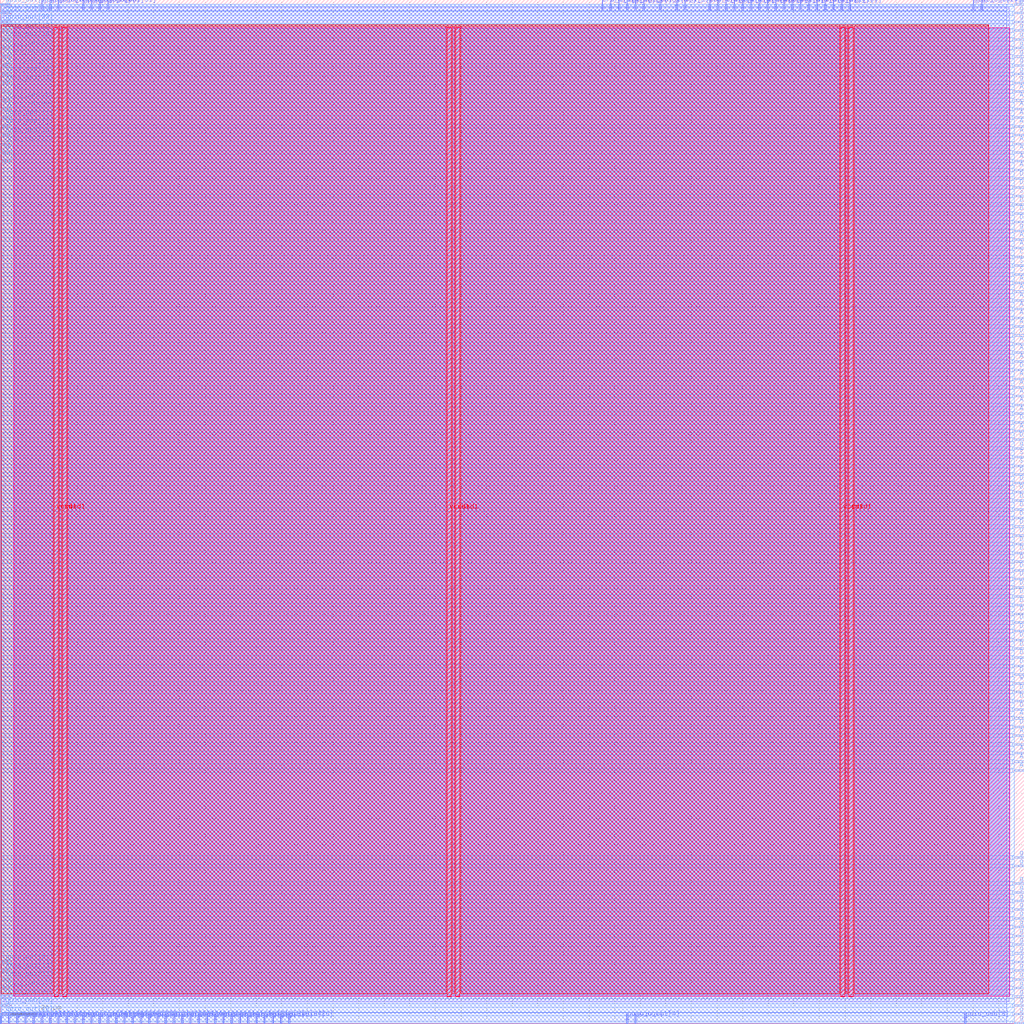
<source format=lef>
VERSION 5.7 ;
  NOWIREEXTENSIONATPIN ON ;
  DIVIDERCHAR "/" ;
  BUSBITCHARS "[]" ;
MACRO team_07
  CLASS BLOCK ;
  FOREIGN team_07 ;
  ORIGIN 0.000 0.000 ;
  SIZE 400.000 BY 400.000 ;
  PIN ACK_I
    DIRECTION INPUT ;
    USE SIGNAL ;
    ANTENNAGATEAREA 0.593700 ;
    ANTENNADIFFAREA 0.434700 ;
    PORT
      LAYER met3 ;
        RECT 396.000 98.640 400.000 99.240 ;
    END
  END ACK_I
  PIN ADR_O[0]
    DIRECTION OUTPUT ;
    USE SIGNAL ;
    ANTENNADIFFAREA 0.445500 ;
    PORT
      LAYER met3 ;
        RECT 396.000 231.240 400.000 231.840 ;
    END
  END ADR_O[0]
  PIN ADR_O[10]
    DIRECTION OUTPUT ;
    USE SIGNAL ;
    ANTENNADIFFAREA 0.445500 ;
    PORT
      LAYER met3 ;
        RECT 396.000 241.440 400.000 242.040 ;
    END
  END ADR_O[10]
  PIN ADR_O[11]
    DIRECTION OUTPUT ;
    USE SIGNAL ;
    ANTENNADIFFAREA 0.445500 ;
    PORT
      LAYER met3 ;
        RECT 396.000 340.040 400.000 340.640 ;
    END
  END ADR_O[11]
  PIN ADR_O[12]
    DIRECTION OUTPUT ;
    USE SIGNAL ;
    ANTENNADIFFAREA 0.445500 ;
    PORT
      LAYER met3 ;
        RECT 396.000 336.640 400.000 337.240 ;
    END
  END ADR_O[12]
  PIN ADR_O[13]
    DIRECTION OUTPUT ;
    USE SIGNAL ;
    ANTENNADIFFAREA 0.445500 ;
    PORT
      LAYER met3 ;
        RECT 396.000 346.840 400.000 347.440 ;
    END
  END ADR_O[13]
  PIN ADR_O[14]
    DIRECTION OUTPUT ;
    USE SIGNAL ;
    ANTENNADIFFAREA 0.445500 ;
    PORT
      LAYER met3 ;
        RECT 396.000 102.040 400.000 102.640 ;
    END
  END ADR_O[14]
  PIN ADR_O[15]
    DIRECTION OUTPUT ;
    USE SIGNAL ;
    ANTENNADIFFAREA 0.445500 ;
    PORT
      LAYER met3 ;
        RECT 396.000 343.440 400.000 344.040 ;
    END
  END ADR_O[15]
  PIN ADR_O[16]
    DIRECTION OUTPUT ;
    USE SIGNAL ;
    ANTENNADIFFAREA 0.445500 ;
    PORT
      LAYER met3 ;
        RECT 396.000 105.440 400.000 106.040 ;
    END
  END ADR_O[16]
  PIN ADR_O[17]
    DIRECTION OUTPUT ;
    USE SIGNAL ;
    ANTENNADIFFAREA 0.445500 ;
    PORT
      LAYER met3 ;
        RECT 396.000 108.840 400.000 109.440 ;
    END
  END ADR_O[17]
  PIN ADR_O[18]
    DIRECTION OUTPUT ;
    USE SIGNAL ;
    ANTENNADIFFAREA 0.445500 ;
    PORT
      LAYER met3 ;
        RECT 396.000 350.240 400.000 350.840 ;
    END
  END ADR_O[18]
  PIN ADR_O[19]
    DIRECTION OUTPUT ;
    USE SIGNAL ;
    ANTENNADIFFAREA 0.445500 ;
    PORT
      LAYER met3 ;
        RECT 396.000 333.240 400.000 333.840 ;
    END
  END ADR_O[19]
  PIN ADR_O[1]
    DIRECTION OUTPUT ;
    USE SIGNAL ;
    ANTENNADIFFAREA 0.445500 ;
    PORT
      LAYER met3 ;
        RECT 396.000 251.640 400.000 252.240 ;
    END
  END ADR_O[1]
  PIN ADR_O[20]
    DIRECTION OUTPUT ;
    USE SIGNAL ;
    ANTENNADIFFAREA 0.445500 ;
    PORT
      LAYER met3 ;
        RECT 396.000 112.240 400.000 112.840 ;
    END
  END ADR_O[20]
  PIN ADR_O[21]
    DIRECTION OUTPUT ;
    USE SIGNAL ;
    ANTENNADIFFAREA 0.445500 ;
    PORT
      LAYER met3 ;
        RECT 396.000 302.640 400.000 303.240 ;
    END
  END ADR_O[21]
  PIN ADR_O[22]
    DIRECTION OUTPUT ;
    USE SIGNAL ;
    ANTENNADIFFAREA 0.445500 ;
    PORT
      LAYER met3 ;
        RECT 396.000 119.040 400.000 119.640 ;
    END
  END ADR_O[22]
  PIN ADR_O[23]
    DIRECTION OUTPUT ;
    USE SIGNAL ;
    ANTENNADIFFAREA 0.445500 ;
    PORT
      LAYER met3 ;
        RECT 396.000 306.040 400.000 306.640 ;
    END
  END ADR_O[23]
  PIN ADR_O[24]
    DIRECTION OUTPUT ;
    USE SIGNAL ;
    ANTENNADIFFAREA 0.445500 ;
    PORT
      LAYER met3 ;
        RECT 396.000 238.040 400.000 238.640 ;
    END
  END ADR_O[24]
  PIN ADR_O[25]
    DIRECTION OUTPUT ;
    USE SIGNAL ;
    ANTENNADIFFAREA 0.445500 ;
    PORT
      LAYER met3 ;
        RECT 396.000 289.040 400.000 289.640 ;
    END
  END ADR_O[25]
  PIN ADR_O[26]
    DIRECTION OUTPUT ;
    USE SIGNAL ;
    ANTENNADIFFAREA 0.445500 ;
    PORT
      LAYER met3 ;
        RECT 396.000 363.840 400.000 364.440 ;
    END
  END ADR_O[26]
  PIN ADR_O[27]
    DIRECTION OUTPUT ;
    USE SIGNAL ;
    ANTENNADIFFAREA 0.445500 ;
    PORT
      LAYER met3 ;
        RECT 396.000 357.040 400.000 357.640 ;
    END
  END ADR_O[27]
  PIN ADR_O[28]
    DIRECTION OUTPUT ;
    USE SIGNAL ;
    ANTENNADIFFAREA 0.445500 ;
    PORT
      LAYER met3 ;
        RECT 396.000 285.640 400.000 286.240 ;
    END
  END ADR_O[28]
  PIN ADR_O[29]
    DIRECTION OUTPUT ;
    USE SIGNAL ;
    ANTENNADIFFAREA 0.445500 ;
    PORT
      LAYER met3 ;
        RECT 396.000 282.240 400.000 282.840 ;
    END
  END ADR_O[29]
  PIN ADR_O[2]
    DIRECTION OUTPUT ;
    USE SIGNAL ;
    ANTENNADIFFAREA 0.445500 ;
    PORT
      LAYER met3 ;
        RECT 396.000 258.440 400.000 259.040 ;
    END
  END ADR_O[2]
  PIN ADR_O[30]
    DIRECTION OUTPUT ;
    USE SIGNAL ;
    ANTENNADIFFAREA 0.445500 ;
    PORT
      LAYER met3 ;
        RECT 396.000 353.640 400.000 354.240 ;
    END
  END ADR_O[30]
  PIN ADR_O[31]
    DIRECTION OUTPUT ;
    USE SIGNAL ;
    ANTENNADIFFAREA 0.445500 ;
    PORT
      LAYER met3 ;
        RECT 396.000 360.440 400.000 361.040 ;
    END
  END ADR_O[31]
  PIN ADR_O[3]
    DIRECTION OUTPUT ;
    USE SIGNAL ;
    ANTENNADIFFAREA 0.445500 ;
    PORT
      LAYER met3 ;
        RECT 396.000 248.240 400.000 248.840 ;
    END
  END ADR_O[3]
  PIN ADR_O[4]
    DIRECTION OUTPUT ;
    USE SIGNAL ;
    ANTENNADIFFAREA 0.445500 ;
    PORT
      LAYER met3 ;
        RECT 396.000 275.440 400.000 276.040 ;
    END
  END ADR_O[4]
  PIN ADR_O[5]
    DIRECTION OUTPUT ;
    USE SIGNAL ;
    ANTENNADIFFAREA 0.445500 ;
    PORT
      LAYER met3 ;
        RECT 396.000 244.840 400.000 245.440 ;
    END
  END ADR_O[5]
  PIN ADR_O[6]
    DIRECTION OUTPUT ;
    USE SIGNAL ;
    ANTENNADIFFAREA 0.445500 ;
    PORT
      LAYER met3 ;
        RECT 396.000 261.840 400.000 262.440 ;
    END
  END ADR_O[6]
  PIN ADR_O[7]
    DIRECTION OUTPUT ;
    USE SIGNAL ;
    ANTENNADIFFAREA 0.445500 ;
    PORT
      LAYER met3 ;
        RECT 396.000 265.240 400.000 265.840 ;
    END
  END ADR_O[7]
  PIN ADR_O[8]
    DIRECTION OUTPUT ;
    USE SIGNAL ;
    ANTENNADIFFAREA 0.445500 ;
    PORT
      LAYER met3 ;
        RECT 396.000 272.040 400.000 272.640 ;
    END
  END ADR_O[8]
  PIN ADR_O[9]
    DIRECTION OUTPUT ;
    USE SIGNAL ;
    ANTENNADIFFAREA 0.445500 ;
    PORT
      LAYER met3 ;
        RECT 396.000 278.840 400.000 279.440 ;
    END
  END ADR_O[9]
  PIN CYC_O
    DIRECTION OUTPUT ;
    USE SIGNAL ;
    ANTENNADIFFAREA 0.445500 ;
    PORT
      LAYER met3 ;
        RECT 396.000 299.240 400.000 299.840 ;
    END
  END CYC_O
  PIN DAT_I[0]
    DIRECTION INPUT ;
    USE SIGNAL ;
    ANTENNAGATEAREA 0.631200 ;
    ANTENNADIFFAREA 0.434700 ;
    PORT
      LAYER met2 ;
        RECT 331.750 396.000 332.030 400.000 ;
    END
  END DAT_I[0]
  PIN DAT_I[10]
    DIRECTION INPUT ;
    USE SIGNAL ;
    ANTENNAGATEAREA 0.631200 ;
    ANTENNADIFFAREA 0.434700 ;
    PORT
      LAYER met2 ;
        RECT 277.010 396.000 277.290 400.000 ;
    END
  END DAT_I[10]
  PIN DAT_I[11]
    DIRECTION INPUT ;
    USE SIGNAL ;
    ANTENNAGATEAREA 0.631200 ;
    ANTENNADIFFAREA 0.434700 ;
    PORT
      LAYER met2 ;
        RECT 235.150 396.000 235.430 400.000 ;
    END
  END DAT_I[11]
  PIN DAT_I[12]
    DIRECTION INPUT ;
    USE SIGNAL ;
    ANTENNAGATEAREA 1.065900 ;
    ANTENNADIFFAREA 0.869400 ;
    PORT
      LAYER met2 ;
        RECT 244.810 396.000 245.090 400.000 ;
    END
  END DAT_I[12]
  PIN DAT_I[13]
    DIRECTION INPUT ;
    USE SIGNAL ;
    ANTENNAGATEAREA 0.631200 ;
    ANTENNADIFFAREA 0.434700 ;
    PORT
      LAYER met2 ;
        RECT 248.030 396.000 248.310 400.000 ;
    END
  END DAT_I[13]
  PIN DAT_I[14]
    DIRECTION INPUT ;
    USE SIGNAL ;
    ANTENNAGATEAREA 0.631200 ;
    ANTENNADIFFAREA 0.434700 ;
    PORT
      LAYER met2 ;
        RECT 302.770 396.000 303.050 400.000 ;
    END
  END DAT_I[14]
  PIN DAT_I[15]
    DIRECTION INPUT ;
    USE SIGNAL ;
    ANTENNAGATEAREA 0.631200 ;
    ANTENNADIFFAREA 0.434700 ;
    PORT
      LAYER met2 ;
        RECT 257.690 396.000 257.970 400.000 ;
    END
  END DAT_I[15]
  PIN DAT_I[16]
    DIRECTION INPUT ;
    USE SIGNAL ;
    ANTENNAGATEAREA 0.631200 ;
    ANTENNADIFFAREA 0.434700 ;
    PORT
      LAYER met2 ;
        RECT 251.250 396.000 251.530 400.000 ;
    END
  END DAT_I[16]
  PIN DAT_I[17]
    DIRECTION INPUT ;
    USE SIGNAL ;
    ANTENNAGATEAREA 0.631200 ;
    ANTENNADIFFAREA 0.434700 ;
    PORT
      LAYER met2 ;
        RECT 283.450 396.000 283.730 400.000 ;
    END
  END DAT_I[17]
  PIN DAT_I[18]
    DIRECTION INPUT ;
    USE SIGNAL ;
    ANTENNAGATEAREA 0.631200 ;
    ANTENNADIFFAREA 0.434700 ;
    PORT
      LAYER met2 ;
        RECT 328.530 396.000 328.810 400.000 ;
    END
  END DAT_I[18]
  PIN DAT_I[19]
    DIRECTION INPUT ;
    USE SIGNAL ;
    ANTENNAGATEAREA 0.631200 ;
    ANTENNADIFFAREA 0.434700 ;
    PORT
      LAYER met2 ;
        RECT 315.650 396.000 315.930 400.000 ;
    END
  END DAT_I[19]
  PIN DAT_I[1]
    DIRECTION INPUT ;
    USE SIGNAL ;
    ANTENNAGATEAREA 0.631200 ;
    ANTENNADIFFAREA 0.434700 ;
    PORT
      LAYER met2 ;
        RECT 312.430 396.000 312.710 400.000 ;
    END
  END DAT_I[1]
  PIN DAT_I[20]
    DIRECTION INPUT ;
    USE SIGNAL ;
    ANTENNAGATEAREA 0.631200 ;
    ANTENNADIFFAREA 0.434700 ;
    PORT
      LAYER met3 ;
        RECT 396.000 326.440 400.000 327.040 ;
    END
  END DAT_I[20]
  PIN DAT_I[21]
    DIRECTION INPUT ;
    USE SIGNAL ;
    ANTENNAGATEAREA 0.631200 ;
    ANTENNADIFFAREA 0.434700 ;
    PORT
      LAYER met2 ;
        RECT 322.090 396.000 322.370 400.000 ;
    END
  END DAT_I[21]
  PIN DAT_I[22]
    DIRECTION INPUT ;
    USE SIGNAL ;
    ANTENNAGATEAREA 0.631200 ;
    ANTENNADIFFAREA 0.434700 ;
    PORT
      LAYER met3 ;
        RECT 396.000 329.840 400.000 330.440 ;
    END
  END DAT_I[22]
  PIN DAT_I[23]
    DIRECTION INPUT ;
    USE SIGNAL ;
    ANTENNAGATEAREA 0.631200 ;
    ANTENNADIFFAREA 0.434700 ;
    PORT
      LAYER met2 ;
        RECT 299.550 396.000 299.830 400.000 ;
    END
  END DAT_I[23]
  PIN DAT_I[24]
    DIRECTION INPUT ;
    USE SIGNAL ;
    ANTENNAGATEAREA 0.631200 ;
    ANTENNADIFFAREA 0.434700 ;
    PORT
      LAYER met2 ;
        RECT 325.310 396.000 325.590 400.000 ;
    END
  END DAT_I[24]
  PIN DAT_I[25]
    DIRECTION INPUT ;
    USE SIGNAL ;
    ANTENNAGATEAREA 0.631200 ;
    ANTENNADIFFAREA 0.434700 ;
    PORT
      LAYER met2 ;
        RECT 241.590 396.000 241.870 400.000 ;
    END
  END DAT_I[25]
  PIN DAT_I[26]
    DIRECTION INPUT ;
    USE SIGNAL ;
    ANTENNAGATEAREA 0.631200 ;
    ANTENNADIFFAREA 0.434700 ;
    PORT
      LAYER met2 ;
        RECT 280.230 396.000 280.510 400.000 ;
    END
  END DAT_I[26]
  PIN DAT_I[27]
    DIRECTION INPUT ;
    USE SIGNAL ;
    ANTENNAGATEAREA 0.631200 ;
    ANTENNADIFFAREA 0.434700 ;
    PORT
      LAYER met2 ;
        RECT 286.670 396.000 286.950 400.000 ;
    END
  END DAT_I[27]
  PIN DAT_I[28]
    DIRECTION INPUT ;
    USE SIGNAL ;
    ANTENNAGATEAREA 0.631200 ;
    ANTENNADIFFAREA 0.434700 ;
    PORT
      LAYER met2 ;
        RECT 267.350 396.000 267.630 400.000 ;
    END
  END DAT_I[28]
  PIN DAT_I[29]
    DIRECTION INPUT ;
    USE SIGNAL ;
    ANTENNAGATEAREA 0.631200 ;
    ANTENNADIFFAREA 0.434700 ;
    PORT
      LAYER met2 ;
        RECT 264.130 396.000 264.410 400.000 ;
    END
  END DAT_I[29]
  PIN DAT_I[2]
    DIRECTION INPUT ;
    USE SIGNAL ;
    ANTENNAGATEAREA 0.631200 ;
    ANTENNADIFFAREA 0.434700 ;
    PORT
      LAYER met2 ;
        RECT 318.870 396.000 319.150 400.000 ;
    END
  END DAT_I[2]
  PIN DAT_I[30]
    DIRECTION INPUT ;
    USE SIGNAL ;
    ANTENNAGATEAREA 0.631200 ;
    ANTENNADIFFAREA 0.434700 ;
    PORT
      LAYER met2 ;
        RECT 293.110 396.000 293.390 400.000 ;
    END
  END DAT_I[30]
  PIN DAT_I[31]
    DIRECTION INPUT ;
    USE SIGNAL ;
    ANTENNAGATEAREA 0.631200 ;
    ANTENNADIFFAREA 0.434700 ;
    PORT
      LAYER met2 ;
        RECT 296.330 396.000 296.610 400.000 ;
    END
  END DAT_I[31]
  PIN DAT_I[3]
    DIRECTION INPUT ;
    USE SIGNAL ;
    ANTENNAGATEAREA 0.631200 ;
    ANTENNADIFFAREA 0.434700 ;
    PORT
      LAYER met3 ;
        RECT 396.000 316.240 400.000 316.840 ;
    END
  END DAT_I[3]
  PIN DAT_I[4]
    DIRECTION INPUT ;
    USE SIGNAL ;
    ANTENNAGATEAREA 0.631200 ;
    ANTENNADIFFAREA 0.434700 ;
    PORT
      LAYER met3 ;
        RECT 396.000 319.640 400.000 320.240 ;
    END
  END DAT_I[4]
  PIN DAT_I[5]
    DIRECTION INPUT ;
    USE SIGNAL ;
    ANTENNAGATEAREA 0.631200 ;
    ANTENNADIFFAREA 0.434700 ;
    PORT
      LAYER met3 ;
        RECT 396.000 312.840 400.000 313.440 ;
    END
  END DAT_I[5]
  PIN DAT_I[6]
    DIRECTION INPUT ;
    USE SIGNAL ;
    ANTENNAGATEAREA 0.631200 ;
    ANTENNADIFFAREA 0.434700 ;
    PORT
      LAYER met2 ;
        RECT 309.210 396.000 309.490 400.000 ;
    END
  END DAT_I[6]
  PIN DAT_I[7]
    DIRECTION INPUT ;
    USE SIGNAL ;
    ANTENNAGATEAREA 0.631200 ;
    ANTENNADIFFAREA 0.434700 ;
    PORT
      LAYER met2 ;
        RECT 305.990 396.000 306.270 400.000 ;
    END
  END DAT_I[7]
  PIN DAT_I[8]
    DIRECTION INPUT ;
    USE SIGNAL ;
    ANTENNAGATEAREA 0.631200 ;
    ANTENNADIFFAREA 0.434700 ;
    PORT
      LAYER met2 ;
        RECT 289.890 396.000 290.170 400.000 ;
    END
  END DAT_I[8]
  PIN DAT_I[9]
    DIRECTION INPUT ;
    USE SIGNAL ;
    ANTENNAGATEAREA 0.631200 ;
    ANTENNADIFFAREA 0.434700 ;
    PORT
      LAYER met2 ;
        RECT 238.370 396.000 238.650 400.000 ;
    END
  END DAT_I[9]
  PIN DAT_O[0]
    DIRECTION OUTPUT ;
    USE SIGNAL ;
    ANTENNADIFFAREA 0.445500 ;
    PORT
      LAYER met3 ;
        RECT 396.000 122.440 400.000 123.040 ;
    END
  END DAT_O[0]
  PIN DAT_O[10]
    DIRECTION OUTPUT ;
    USE SIGNAL ;
    ANTENNADIFFAREA 0.445500 ;
    PORT
      LAYER met3 ;
        RECT 396.000 234.640 400.000 235.240 ;
    END
  END DAT_O[10]
  PIN DAT_O[11]
    DIRECTION OUTPUT ;
    USE SIGNAL ;
    ANTENNADIFFAREA 0.445500 ;
    PORT
      LAYER met3 ;
        RECT 396.000 227.840 400.000 228.440 ;
    END
  END DAT_O[11]
  PIN DAT_O[12]
    DIRECTION OUTPUT ;
    USE SIGNAL ;
    ANTENNADIFFAREA 0.445500 ;
    PORT
      LAYER met3 ;
        RECT 396.000 268.640 400.000 269.240 ;
    END
  END DAT_O[12]
  PIN DAT_O[13]
    DIRECTION OUTPUT ;
    USE SIGNAL ;
    ANTENNADIFFAREA 0.445500 ;
    PORT
      LAYER met3 ;
        RECT 396.000 156.440 400.000 157.040 ;
    END
  END DAT_O[13]
  PIN DAT_O[14]
    DIRECTION OUTPUT ;
    USE SIGNAL ;
    ANTENNADIFFAREA 0.445500 ;
    PORT
      LAYER met3 ;
        RECT 396.000 163.240 400.000 163.840 ;
    END
  END DAT_O[14]
  PIN DAT_O[15]
    DIRECTION OUTPUT ;
    USE SIGNAL ;
    ANTENNADIFFAREA 0.445500 ;
    PORT
      LAYER met3 ;
        RECT 396.000 255.040 400.000 255.640 ;
    END
  END DAT_O[15]
  PIN DAT_O[16]
    DIRECTION OUTPUT ;
    USE SIGNAL ;
    ANTENNADIFFAREA 0.445500 ;
    PORT
      LAYER met3 ;
        RECT 396.000 197.240 400.000 197.840 ;
    END
  END DAT_O[16]
  PIN DAT_O[17]
    DIRECTION OUTPUT ;
    USE SIGNAL ;
    ANTENNADIFFAREA 0.445500 ;
    PORT
      LAYER met3 ;
        RECT 396.000 170.040 400.000 170.640 ;
    END
  END DAT_O[17]
  PIN DAT_O[18]
    DIRECTION OUTPUT ;
    USE SIGNAL ;
    ANTENNADIFFAREA 0.445500 ;
    PORT
      LAYER met3 ;
        RECT 396.000 210.840 400.000 211.440 ;
    END
  END DAT_O[18]
  PIN DAT_O[19]
    DIRECTION OUTPUT ;
    USE SIGNAL ;
    ANTENNADIFFAREA 0.445500 ;
    PORT
      LAYER met3 ;
        RECT 396.000 200.640 400.000 201.240 ;
    END
  END DAT_O[19]
  PIN DAT_O[1]
    DIRECTION OUTPUT ;
    USE SIGNAL ;
    ANTENNADIFFAREA 0.445500 ;
    PORT
      LAYER met3 ;
        RECT 396.000 146.240 400.000 146.840 ;
    END
  END DAT_O[1]
  PIN DAT_O[20]
    DIRECTION OUTPUT ;
    USE SIGNAL ;
    ANTENNADIFFAREA 0.445500 ;
    PORT
      LAYER met3 ;
        RECT 396.000 183.640 400.000 184.240 ;
    END
  END DAT_O[20]
  PIN DAT_O[21]
    DIRECTION OUTPUT ;
    USE SIGNAL ;
    ANTENNADIFFAREA 0.445500 ;
    PORT
      LAYER met3 ;
        RECT 396.000 166.640 400.000 167.240 ;
    END
  END DAT_O[21]
  PIN DAT_O[22]
    DIRECTION OUTPUT ;
    USE SIGNAL ;
    ANTENNADIFFAREA 0.445500 ;
    PORT
      LAYER met3 ;
        RECT 396.000 159.840 400.000 160.440 ;
    END
  END DAT_O[22]
  PIN DAT_O[23]
    DIRECTION OUTPUT ;
    USE SIGNAL ;
    ANTENNADIFFAREA 0.445500 ;
    PORT
      LAYER met3 ;
        RECT 396.000 204.040 400.000 204.640 ;
    END
  END DAT_O[23]
  PIN DAT_O[24]
    DIRECTION OUTPUT ;
    USE SIGNAL ;
    ANTENNADIFFAREA 0.445500 ;
    PORT
      LAYER met3 ;
        RECT 396.000 149.640 400.000 150.240 ;
    END
  END DAT_O[24]
  PIN DAT_O[25]
    DIRECTION OUTPUT ;
    USE SIGNAL ;
    ANTENNADIFFAREA 0.445500 ;
    PORT
      LAYER met3 ;
        RECT 396.000 139.440 400.000 140.040 ;
    END
  END DAT_O[25]
  PIN DAT_O[26]
    DIRECTION OUTPUT ;
    USE SIGNAL ;
    ANTENNADIFFAREA 0.445500 ;
    PORT
      LAYER met3 ;
        RECT 396.000 142.840 400.000 143.440 ;
    END
  END DAT_O[26]
  PIN DAT_O[27]
    DIRECTION OUTPUT ;
    USE SIGNAL ;
    ANTENNADIFFAREA 0.445500 ;
    PORT
      LAYER met3 ;
        RECT 396.000 136.040 400.000 136.640 ;
    END
  END DAT_O[27]
  PIN DAT_O[28]
    DIRECTION OUTPUT ;
    USE SIGNAL ;
    ANTENNADIFFAREA 0.445500 ;
    PORT
      LAYER met3 ;
        RECT 396.000 129.240 400.000 129.840 ;
    END
  END DAT_O[28]
  PIN DAT_O[29]
    DIRECTION OUTPUT ;
    USE SIGNAL ;
    ANTENNADIFFAREA 0.445500 ;
    PORT
      LAYER met3 ;
        RECT 396.000 125.840 400.000 126.440 ;
    END
  END DAT_O[29]
  PIN DAT_O[2]
    DIRECTION OUTPUT ;
    USE SIGNAL ;
    ANTENNADIFFAREA 0.445500 ;
    PORT
      LAYER met3 ;
        RECT 396.000 115.640 400.000 116.240 ;
    END
  END DAT_O[2]
  PIN DAT_O[30]
    DIRECTION OUTPUT ;
    USE SIGNAL ;
    ANTENNADIFFAREA 0.445500 ;
    PORT
      LAYER met3 ;
        RECT 396.000 173.440 400.000 174.040 ;
    END
  END DAT_O[30]
  PIN DAT_O[31]
    DIRECTION OUTPUT ;
    USE SIGNAL ;
    ANTENNADIFFAREA 0.445500 ;
    PORT
      LAYER met3 ;
        RECT 396.000 190.440 400.000 191.040 ;
    END
  END DAT_O[31]
  PIN DAT_O[3]
    DIRECTION OUTPUT ;
    USE SIGNAL ;
    ANTENNADIFFAREA 0.445500 ;
    PORT
      LAYER met3 ;
        RECT 396.000 153.040 400.000 153.640 ;
    END
  END DAT_O[3]
  PIN DAT_O[4]
    DIRECTION OUTPUT ;
    USE SIGNAL ;
    ANTENNADIFFAREA 0.445500 ;
    PORT
      LAYER met3 ;
        RECT 396.000 176.840 400.000 177.440 ;
    END
  END DAT_O[4]
  PIN DAT_O[5]
    DIRECTION OUTPUT ;
    USE SIGNAL ;
    ANTENNADIFFAREA 0.445500 ;
    PORT
      LAYER met3 ;
        RECT 396.000 180.240 400.000 180.840 ;
    END
  END DAT_O[5]
  PIN DAT_O[6]
    DIRECTION OUTPUT ;
    USE SIGNAL ;
    ANTENNADIFFAREA 0.445500 ;
    PORT
      LAYER met3 ;
        RECT 396.000 187.040 400.000 187.640 ;
    END
  END DAT_O[6]
  PIN DAT_O[7]
    DIRECTION OUTPUT ;
    USE SIGNAL ;
    ANTENNADIFFAREA 0.445500 ;
    PORT
      LAYER met3 ;
        RECT 396.000 193.840 400.000 194.440 ;
    END
  END DAT_O[7]
  PIN DAT_O[8]
    DIRECTION OUTPUT ;
    USE SIGNAL ;
    ANTENNADIFFAREA 0.445500 ;
    PORT
      LAYER met3 ;
        RECT 396.000 214.240 400.000 214.840 ;
    END
  END DAT_O[8]
  PIN DAT_O[9]
    DIRECTION OUTPUT ;
    USE SIGNAL ;
    ANTENNADIFFAREA 0.445500 ;
    PORT
      LAYER met3 ;
        RECT 396.000 207.440 400.000 208.040 ;
    END
  END DAT_O[9]
  PIN SEL_O[0]
    DIRECTION OUTPUT ;
    USE SIGNAL ;
    ANTENNADIFFAREA 0.445500 ;
    PORT
      LAYER met3 ;
        RECT 396.000 323.040 400.000 323.640 ;
    END
  END SEL_O[0]
  PIN SEL_O[1]
    DIRECTION OUTPUT ;
    USE SIGNAL ;
    ANTENNADIFFAREA 0.445500 ;
    PORT
      LAYER met3 ;
        RECT 396.000 221.040 400.000 221.640 ;
    END
  END SEL_O[1]
  PIN SEL_O[2]
    DIRECTION OUTPUT ;
    USE SIGNAL ;
    ANTENNADIFFAREA 0.445500 ;
    PORT
      LAYER met3 ;
        RECT 396.000 295.840 400.000 296.440 ;
    END
  END SEL_O[2]
  PIN SEL_O[3]
    DIRECTION OUTPUT ;
    USE SIGNAL ;
    ANTENNADIFFAREA 0.445500 ;
    PORT
      LAYER met3 ;
        RECT 396.000 292.440 400.000 293.040 ;
    END
  END SEL_O[3]
  PIN STB_O
    DIRECTION OUTPUT ;
    USE SIGNAL ;
    ANTENNADIFFAREA 0.445500 ;
    PORT
      LAYER met3 ;
        RECT 396.000 217.640 400.000 218.240 ;
    END
  END STB_O
  PIN WE_O
    DIRECTION OUTPUT ;
    USE SIGNAL ;
    ANTENNADIFFAREA 0.445500 ;
    PORT
      LAYER met3 ;
        RECT 396.000 132.640 400.000 133.240 ;
    END
  END WE_O
  PIN clk
    DIRECTION INPUT ;
    USE SIGNAL ;
    ANTENNAGATEAREA 1.286700 ;
    ANTENNADIFFAREA 0.434700 ;
    PORT
      LAYER met3 ;
        RECT 0.000 336.640 4.000 337.240 ;
    END
  END clk
  PIN en
    DIRECTION INPUT ;
    USE SIGNAL ;
    ANTENNAGATEAREA 1.065900 ;
    ANTENNADIFFAREA 0.869400 ;
    PORT
      LAYER met3 ;
        RECT 0.000 340.040 4.000 340.640 ;
    END
  END en
  PIN gpio_in[0]
    DIRECTION INPUT ;
    USE SIGNAL ;
    PORT
      LAYER met2 ;
        RECT 58.050 0.000 58.330 4.000 ;
    END
  END gpio_in[0]
  PIN gpio_in[10]
    DIRECTION INPUT ;
    USE SIGNAL ;
    PORT
      LAYER met2 ;
        RECT 6.530 0.000 6.810 4.000 ;
    END
  END gpio_in[10]
  PIN gpio_in[11]
    DIRECTION INPUT ;
    USE SIGNAL ;
    PORT
      LAYER met2 ;
        RECT 9.750 0.000 10.030 4.000 ;
    END
  END gpio_in[11]
  PIN gpio_in[12]
    DIRECTION INPUT ;
    USE SIGNAL ;
    PORT
      LAYER met2 ;
        RECT 12.970 0.000 13.250 4.000 ;
    END
  END gpio_in[12]
  PIN gpio_in[13]
    DIRECTION INPUT ;
    USE SIGNAL ;
    PORT
      LAYER met2 ;
        RECT 16.190 0.000 16.470 4.000 ;
    END
  END gpio_in[13]
  PIN gpio_in[14]
    DIRECTION INPUT ;
    USE SIGNAL ;
    PORT
      LAYER met2 ;
        RECT 19.410 0.000 19.690 4.000 ;
    END
  END gpio_in[14]
  PIN gpio_in[15]
    DIRECTION INPUT ;
    USE SIGNAL ;
    PORT
      LAYER met2 ;
        RECT 22.630 0.000 22.910 4.000 ;
    END
  END gpio_in[15]
  PIN gpio_in[16]
    DIRECTION INPUT ;
    USE SIGNAL ;
    PORT
      LAYER met2 ;
        RECT 0.090 0.000 0.370 4.000 ;
    END
  END gpio_in[16]
  PIN gpio_in[17]
    DIRECTION INPUT ;
    USE SIGNAL ;
    PORT
      LAYER met2 ;
        RECT 3.310 0.000 3.590 4.000 ;
    END
  END gpio_in[17]
  PIN gpio_in[18]
    DIRECTION INPUT ;
    USE SIGNAL ;
    PORT
      LAYER met2 ;
        RECT 41.950 0.000 42.230 4.000 ;
    END
  END gpio_in[18]
  PIN gpio_in[19]
    DIRECTION INPUT ;
    USE SIGNAL ;
    PORT
      LAYER met2 ;
        RECT 38.730 0.000 39.010 4.000 ;
    END
  END gpio_in[19]
  PIN gpio_in[1]
    DIRECTION INPUT ;
    USE SIGNAL ;
    PORT
      LAYER met2 ;
        RECT 35.510 0.000 35.790 4.000 ;
    END
  END gpio_in[1]
  PIN gpio_in[20]
    DIRECTION INPUT ;
    USE SIGNAL ;
    PORT
      LAYER met2 ;
        RECT 45.170 0.000 45.450 4.000 ;
    END
  END gpio_in[20]
  PIN gpio_in[21]
    DIRECTION INPUT ;
    USE SIGNAL ;
    PORT
      LAYER met2 ;
        RECT 54.830 0.000 55.110 4.000 ;
    END
  END gpio_in[21]
  PIN gpio_in[22]
    DIRECTION INPUT ;
    USE SIGNAL ;
    PORT
      LAYER met2 ;
        RECT 48.390 0.000 48.670 4.000 ;
    END
  END gpio_in[22]
  PIN gpio_in[23]
    DIRECTION INPUT ;
    USE SIGNAL ;
    PORT
      LAYER met2 ;
        RECT 51.610 0.000 51.890 4.000 ;
    END
  END gpio_in[23]
  PIN gpio_in[24]
    DIRECTION INPUT ;
    USE SIGNAL ;
    PORT
      LAYER met2 ;
        RECT 109.570 0.000 109.850 4.000 ;
    END
  END gpio_in[24]
  PIN gpio_in[25]
    DIRECTION INPUT ;
    USE SIGNAL ;
    PORT
      LAYER met2 ;
        RECT 67.710 0.000 67.990 4.000 ;
    END
  END gpio_in[25]
  PIN gpio_in[26]
    DIRECTION INPUT ;
    USE SIGNAL ;
    PORT
      LAYER met2 ;
        RECT 112.790 0.000 113.070 4.000 ;
    END
  END gpio_in[26]
  PIN gpio_in[27]
    DIRECTION INPUT ;
    USE SIGNAL ;
    PORT
      LAYER met2 ;
        RECT 61.270 0.000 61.550 4.000 ;
    END
  END gpio_in[27]
  PIN gpio_in[28]
    DIRECTION INPUT ;
    USE SIGNAL ;
    PORT
      LAYER met2 ;
        RECT 64.490 0.000 64.770 4.000 ;
    END
  END gpio_in[28]
  PIN gpio_in[29]
    DIRECTION INPUT ;
    USE SIGNAL ;
    PORT
      LAYER met2 ;
        RECT 80.590 0.000 80.870 4.000 ;
    END
  END gpio_in[29]
  PIN gpio_in[2]
    DIRECTION INPUT ;
    USE SIGNAL ;
    ANTENNAGATEAREA 0.631200 ;
    ANTENNADIFFAREA 0.434700 ;
    PORT
      LAYER met3 ;
        RECT 396.000 309.440 400.000 310.040 ;
    END
  END gpio_in[2]
  PIN gpio_in[30]
    DIRECTION INPUT ;
    USE SIGNAL ;
    PORT
      LAYER met2 ;
        RECT 70.930 0.000 71.210 4.000 ;
    END
  END gpio_in[30]
  PIN gpio_in[31]
    DIRECTION INPUT ;
    USE SIGNAL ;
    PORT
      LAYER met2 ;
        RECT 74.150 0.000 74.430 4.000 ;
    END
  END gpio_in[31]
  PIN gpio_in[32]
    DIRECTION INPUT ;
    USE SIGNAL ;
    PORT
      LAYER met2 ;
        RECT 77.370 0.000 77.650 4.000 ;
    END
  END gpio_in[32]
  PIN gpio_in[33]
    DIRECTION INPUT ;
    USE SIGNAL ;
    PORT
      LAYER met2 ;
        RECT 93.470 0.000 93.750 4.000 ;
    END
  END gpio_in[33]
  PIN gpio_in[3]
    DIRECTION INPUT ;
    USE SIGNAL ;
    PORT
      LAYER met2 ;
        RECT 83.810 0.000 84.090 4.000 ;
    END
  END gpio_in[3]
  PIN gpio_in[4]
    DIRECTION INPUT ;
    USE SIGNAL ;
    PORT
      LAYER met2 ;
        RECT 87.030 0.000 87.310 4.000 ;
    END
  END gpio_in[4]
  PIN gpio_in[5]
    DIRECTION INPUT ;
    USE SIGNAL ;
    PORT
      LAYER met2 ;
        RECT 90.250 0.000 90.530 4.000 ;
    END
  END gpio_in[5]
  PIN gpio_in[6]
    DIRECTION INPUT ;
    USE SIGNAL ;
    PORT
      LAYER met2 ;
        RECT 106.350 0.000 106.630 4.000 ;
    END
  END gpio_in[6]
  PIN gpio_in[7]
    DIRECTION INPUT ;
    USE SIGNAL ;
    PORT
      LAYER met2 ;
        RECT 96.690 0.000 96.970 4.000 ;
    END
  END gpio_in[7]
  PIN gpio_in[8]
    DIRECTION INPUT ;
    USE SIGNAL ;
    PORT
      LAYER met2 ;
        RECT 99.910 0.000 100.190 4.000 ;
    END
  END gpio_in[8]
  PIN gpio_in[9]
    DIRECTION INPUT ;
    USE SIGNAL ;
    PORT
      LAYER met2 ;
        RECT 103.130 0.000 103.410 4.000 ;
    END
  END gpio_in[9]
  PIN gpio_oeb[0]
    DIRECTION OUTPUT ;
    USE SIGNAL ;
    PORT
      LAYER met3 ;
        RECT 396.000 0.040 400.000 0.640 ;
    END
  END gpio_oeb[0]
  PIN gpio_oeb[10]
    DIRECTION OUTPUT ;
    USE SIGNAL ;
    PORT
      LAYER met3 ;
        RECT 0.000 346.840 4.000 347.440 ;
    END
  END gpio_oeb[10]
  PIN gpio_oeb[11]
    DIRECTION OUTPUT ;
    USE SIGNAL ;
    PORT
      LAYER met3 ;
        RECT 0.000 353.640 4.000 354.240 ;
    END
  END gpio_oeb[11]
  PIN gpio_oeb[12]
    DIRECTION OUTPUT ;
    USE SIGNAL ;
    PORT
      LAYER met3 ;
        RECT 0.000 13.640 4.000 14.240 ;
    END
  END gpio_oeb[12]
  PIN gpio_oeb[13]
    DIRECTION OUTPUT ;
    USE SIGNAL ;
    PORT
      LAYER met3 ;
        RECT 396.000 27.240 400.000 27.840 ;
    END
  END gpio_oeb[13]
  PIN gpio_oeb[14]
    DIRECTION OUTPUT ;
    USE SIGNAL ;
    PORT
      LAYER met3 ;
        RECT 396.000 13.640 400.000 14.240 ;
    END
  END gpio_oeb[14]
  PIN gpio_oeb[15]
    DIRECTION OUTPUT ;
    USE SIGNAL ;
    PORT
      LAYER met2 ;
        RECT 35.510 396.000 35.790 400.000 ;
    END
  END gpio_oeb[15]
  PIN gpio_oeb[16]
    DIRECTION OUTPUT ;
    USE SIGNAL ;
    PORT
      LAYER met2 ;
        RECT 16.190 396.000 16.470 400.000 ;
    END
  END gpio_oeb[16]
  PIN gpio_oeb[17]
    DIRECTION OUTPUT ;
    USE SIGNAL ;
    PORT
      LAYER met3 ;
        RECT 0.000 380.840 4.000 381.440 ;
    END
  END gpio_oeb[17]
  PIN gpio_oeb[18]
    DIRECTION OUTPUT ;
    USE SIGNAL ;
    PORT
      LAYER met3 ;
        RECT 0.000 360.440 4.000 361.040 ;
    END
  END gpio_oeb[18]
  PIN gpio_oeb[19]
    DIRECTION OUTPUT ;
    USE SIGNAL ;
    PORT
      LAYER met3 ;
        RECT 396.000 10.240 400.000 10.840 ;
    END
  END gpio_oeb[19]
  PIN gpio_oeb[1]
    DIRECTION OUTPUT ;
    USE SIGNAL ;
    PORT
      LAYER met3 ;
        RECT 396.000 23.840 400.000 24.440 ;
    END
  END gpio_oeb[1]
  PIN gpio_oeb[20]
    DIRECTION OUTPUT ;
    USE SIGNAL ;
    PORT
      LAYER met3 ;
        RECT 0.000 370.640 4.000 371.240 ;
    END
  END gpio_oeb[20]
  PIN gpio_oeb[21]
    DIRECTION OUTPUT ;
    USE SIGNAL ;
    PORT
      LAYER met3 ;
        RECT 396.000 377.440 400.000 378.040 ;
    END
  END gpio_oeb[21]
  PIN gpio_oeb[22]
    DIRECTION OUTPUT ;
    USE SIGNAL ;
    PORT
      LAYER met3 ;
        RECT 0.000 357.040 4.000 357.640 ;
    END
  END gpio_oeb[22]
  PIN gpio_oeb[23]
    DIRECTION OUTPUT ;
    USE SIGNAL ;
    PORT
      LAYER met3 ;
        RECT 0.000 374.040 4.000 374.640 ;
    END
  END gpio_oeb[23]
  PIN gpio_oeb[24]
    DIRECTION OUTPUT ;
    USE SIGNAL ;
    PORT
      LAYER met3 ;
        RECT 396.000 54.440 400.000 55.040 ;
    END
  END gpio_oeb[24]
  PIN gpio_oeb[25]
    DIRECTION OUTPUT ;
    USE SIGNAL ;
    PORT
      LAYER met3 ;
        RECT 396.000 47.640 400.000 48.240 ;
    END
  END gpio_oeb[25]
  PIN gpio_oeb[26]
    DIRECTION OUTPUT ;
    USE SIGNAL ;
    PORT
      LAYER met3 ;
        RECT 0.000 377.440 4.000 378.040 ;
    END
  END gpio_oeb[26]
  PIN gpio_oeb[27]
    DIRECTION OUTPUT ;
    USE SIGNAL ;
    PORT
      LAYER met3 ;
        RECT 396.000 6.840 400.000 7.440 ;
    END
  END gpio_oeb[27]
  PIN gpio_oeb[28]
    DIRECTION OUTPUT ;
    USE SIGNAL ;
    PORT
      LAYER met3 ;
        RECT 0.000 6.840 4.000 7.440 ;
    END
  END gpio_oeb[28]
  PIN gpio_oeb[29]
    DIRECTION OUTPUT ;
    USE SIGNAL ;
    PORT
      LAYER met3 ;
        RECT 396.000 40.840 400.000 41.440 ;
    END
  END gpio_oeb[29]
  PIN gpio_oeb[2]
    DIRECTION OUTPUT ;
    USE SIGNAL ;
    PORT
      LAYER met3 ;
        RECT 396.000 44.240 400.000 44.840 ;
    END
  END gpio_oeb[2]
  PIN gpio_oeb[30]
    DIRECTION OUTPUT ;
    USE SIGNAL ;
    PORT
      LAYER met3 ;
        RECT 396.000 370.640 400.000 371.240 ;
    END
  END gpio_oeb[30]
  PIN gpio_oeb[31]
    DIRECTION OUTPUT ;
    USE SIGNAL ;
    PORT
      LAYER met3 ;
        RECT 396.000 367.240 400.000 367.840 ;
    END
  END gpio_oeb[31]
  PIN gpio_oeb[32]
    DIRECTION OUTPUT ;
    USE SIGNAL ;
    PORT
      LAYER met3 ;
        RECT 396.000 30.640 400.000 31.240 ;
    END
  END gpio_oeb[32]
  PIN gpio_oeb[33]
    DIRECTION OUTPUT ;
    USE SIGNAL ;
    PORT
      LAYER met3 ;
        RECT 396.000 380.840 400.000 381.440 ;
    END
  END gpio_oeb[33]
  PIN gpio_oeb[3]
    DIRECTION OUTPUT ;
    USE SIGNAL ;
    PORT
      LAYER met3 ;
        RECT 396.000 397.840 400.000 398.440 ;
    END
  END gpio_oeb[3]
  PIN gpio_oeb[4]
    DIRECTION OUTPUT ;
    USE SIGNAL ;
    PORT
      LAYER met3 ;
        RECT 396.000 391.040 400.000 391.640 ;
    END
  END gpio_oeb[4]
  PIN gpio_oeb[5]
    DIRECTION OUTPUT ;
    USE SIGNAL ;
    PORT
      LAYER met3 ;
        RECT 0.000 350.240 4.000 350.840 ;
    END
  END gpio_oeb[5]
  PIN gpio_oeb[6]
    DIRECTION OUTPUT ;
    USE SIGNAL ;
    PORT
      LAYER met2 ;
        RECT 22.630 396.000 22.910 400.000 ;
    END
  END gpio_oeb[6]
  PIN gpio_oeb[7]
    DIRECTION OUTPUT ;
    USE SIGNAL ;
    PORT
      LAYER met3 ;
        RECT 396.000 37.440 400.000 38.040 ;
    END
  END gpio_oeb[7]
  PIN gpio_oeb[8]
    DIRECTION OUTPUT ;
    USE SIGNAL ;
    PORT
      LAYER met2 ;
        RECT 376.830 0.000 377.110 4.000 ;
    END
  END gpio_oeb[8]
  PIN gpio_oeb[9]
    DIRECTION OUTPUT ;
    USE SIGNAL ;
    PORT
      LAYER met2 ;
        RECT 38.730 396.000 39.010 400.000 ;
    END
  END gpio_oeb[9]
  PIN gpio_out[0]
    DIRECTION OUTPUT ;
    USE SIGNAL ;
    PORT
      LAYER met3 ;
        RECT 396.000 17.040 400.000 17.640 ;
    END
  END gpio_out[0]
  PIN gpio_out[10]
    DIRECTION OUTPUT ;
    USE SIGNAL ;
    PORT
      LAYER met3 ;
        RECT 396.000 51.040 400.000 51.640 ;
    END
  END gpio_out[10]
  PIN gpio_out[11]
    DIRECTION OUTPUT ;
    USE SIGNAL ;
    PORT
      LAYER met2 ;
        RECT 19.410 396.000 19.690 400.000 ;
    END
  END gpio_out[11]
  PIN gpio_out[12]
    DIRECTION OUTPUT ;
    USE SIGNAL ;
    PORT
      LAYER met3 ;
        RECT 0.000 387.640 4.000 388.240 ;
    END
  END gpio_out[12]
  PIN gpio_out[13]
    DIRECTION OUTPUT ;
    USE SIGNAL ;
    PORT
      LAYER met3 ;
        RECT 0.000 20.440 4.000 21.040 ;
    END
  END gpio_out[13]
  PIN gpio_out[14]
    DIRECTION OUTPUT ;
    USE SIGNAL ;
    PORT
      LAYER met3 ;
        RECT 0.000 394.440 4.000 395.040 ;
    END
  END gpio_out[14]
  PIN gpio_out[15]
    DIRECTION OUTPUT ;
    USE SIGNAL ;
    PORT
      LAYER met3 ;
        RECT 0.000 367.240 4.000 367.840 ;
    END
  END gpio_out[15]
  PIN gpio_out[16]
    DIRECTION OUTPUT ;
    USE SIGNAL ;
    PORT
      LAYER met2 ;
        RECT 29.070 0.000 29.350 4.000 ;
    END
  END gpio_out[16]
  PIN gpio_out[17]
    DIRECTION OUTPUT ;
    USE SIGNAL ;
    PORT
      LAYER met3 ;
        RECT 0.000 397.840 4.000 398.440 ;
    END
  END gpio_out[17]
  PIN gpio_out[18]
    DIRECTION OUTPUT ;
    USE SIGNAL ;
    PORT
      LAYER met3 ;
        RECT 0.000 3.440 4.000 4.040 ;
    END
  END gpio_out[18]
  PIN gpio_out[19]
    DIRECTION OUTPUT ;
    USE SIGNAL ;
    PORT
      LAYER met3 ;
        RECT 0.000 384.240 4.000 384.840 ;
    END
  END gpio_out[19]
  PIN gpio_out[1]
    DIRECTION OUTPUT ;
    USE SIGNAL ;
    ANTENNADIFFAREA 0.340600 ;
    PORT
      LAYER met2 ;
        RECT 244.810 0.000 245.090 4.000 ;
    END
  END gpio_out[1]
  PIN gpio_out[20]
    DIRECTION OUTPUT ;
    USE SIGNAL ;
    PORT
      LAYER met3 ;
        RECT 396.000 374.040 400.000 374.640 ;
    END
  END gpio_out[20]
  PIN gpio_out[21]
    DIRECTION OUTPUT ;
    USE SIGNAL ;
    PORT
      LAYER met3 ;
        RECT 0.000 10.240 4.000 10.840 ;
    END
  END gpio_out[21]
  PIN gpio_out[22]
    DIRECTION OUTPUT ;
    USE SIGNAL ;
    PORT
      LAYER met3 ;
        RECT 0.000 17.040 4.000 17.640 ;
    END
  END gpio_out[22]
  PIN gpio_out[23]
    DIRECTION OUTPUT ;
    USE SIGNAL ;
    PORT
      LAYER met3 ;
        RECT 396.000 34.040 400.000 34.640 ;
    END
  END gpio_out[23]
  PIN gpio_out[24]
    DIRECTION OUTPUT ;
    USE SIGNAL ;
    PORT
      LAYER met2 ;
        RECT 380.050 396.000 380.330 400.000 ;
    END
  END gpio_out[24]
  PIN gpio_out[25]
    DIRECTION OUTPUT ;
    USE SIGNAL ;
    PORT
      LAYER met3 ;
        RECT 396.000 387.640 400.000 388.240 ;
    END
  END gpio_out[25]
  PIN gpio_out[26]
    DIRECTION OUTPUT ;
    USE SIGNAL ;
    PORT
      LAYER met2 ;
        RECT 32.290 0.000 32.570 4.000 ;
    END
  END gpio_out[26]
  PIN gpio_out[27]
    DIRECTION OUTPUT ;
    USE SIGNAL ;
    PORT
      LAYER met3 ;
        RECT 0.000 343.440 4.000 344.040 ;
    END
  END gpio_out[27]
  PIN gpio_out[28]
    DIRECTION OUTPUT ;
    USE SIGNAL ;
    PORT
      LAYER met3 ;
        RECT 396.000 384.240 400.000 384.840 ;
    END
  END gpio_out[28]
  PIN gpio_out[29]
    DIRECTION OUTPUT ;
    USE SIGNAL ;
    PORT
      LAYER met2 ;
        RECT 32.290 396.000 32.570 400.000 ;
    END
  END gpio_out[29]
  PIN gpio_out[2]
    DIRECTION OUTPUT ;
    USE SIGNAL ;
    PORT
      LAYER met3 ;
        RECT 396.000 64.640 400.000 65.240 ;
    END
  END gpio_out[2]
  PIN gpio_out[30]
    DIRECTION OUTPUT ;
    USE SIGNAL ;
    PORT
      LAYER met3 ;
        RECT 396.000 61.240 400.000 61.840 ;
    END
  END gpio_out[30]
  PIN gpio_out[31]
    DIRECTION OUTPUT ;
    USE SIGNAL ;
    PORT
      LAYER met2 ;
        RECT 41.950 396.000 42.230 400.000 ;
    END
  END gpio_out[31]
  PIN gpio_out[32]
    DIRECTION OUTPUT ;
    USE SIGNAL ;
    PORT
      LAYER met2 ;
        RECT 383.270 396.000 383.550 400.000 ;
    END
  END gpio_out[32]
  PIN gpio_out[33]
    DIRECTION OUTPUT ;
    USE SIGNAL ;
    PORT
      LAYER met3 ;
        RECT 0.000 391.040 4.000 391.640 ;
    END
  END gpio_out[33]
  PIN gpio_out[3]
    DIRECTION OUTPUT ;
    USE SIGNAL ;
    ANTENNADIFFAREA 0.445500 ;
    PORT
      LAYER met3 ;
        RECT 396.000 224.440 400.000 225.040 ;
    END
  END gpio_out[3]
  PIN gpio_out[4]
    DIRECTION OUTPUT ;
    USE SIGNAL ;
    ANTENNADIFFAREA 0.445500 ;
    PORT
      LAYER met2 ;
        RECT 248.030 0.000 248.310 4.000 ;
    END
  END gpio_out[4]
  PIN gpio_out[5]
    DIRECTION OUTPUT ;
    USE SIGNAL ;
    PORT
      LAYER met3 ;
        RECT 0.000 23.840 4.000 24.440 ;
    END
  END gpio_out[5]
  PIN gpio_out[6]
    DIRECTION OUTPUT ;
    USE SIGNAL ;
    PORT
      LAYER met3 ;
        RECT 396.000 3.440 400.000 4.040 ;
    END
  END gpio_out[6]
  PIN gpio_out[7]
    DIRECTION OUTPUT ;
    USE SIGNAL ;
    PORT
      LAYER met2 ;
        RECT 25.850 0.000 26.130 4.000 ;
    END
  END gpio_out[7]
  PIN gpio_out[8]
    DIRECTION OUTPUT ;
    USE SIGNAL ;
    PORT
      LAYER met3 ;
        RECT 396.000 394.440 400.000 395.040 ;
    END
  END gpio_out[8]
  PIN gpio_out[9]
    DIRECTION OUTPUT ;
    USE SIGNAL ;
    PORT
      LAYER met3 ;
        RECT 396.000 20.440 400.000 21.040 ;
    END
  END gpio_out[9]
  PIN nrst
    DIRECTION INPUT ;
    USE SIGNAL ;
    ANTENNAGATEAREA 0.631200 ;
    ANTENNADIFFAREA 0.434700 ;
    PORT
      LAYER met3 ;
        RECT 0.000 363.840 4.000 364.440 ;
    END
  END nrst
  PIN vccd1
    DIRECTION INOUT ;
    USE POWER ;
    PORT
      LAYER met4 ;
        RECT 21.040 10.640 22.640 389.200 ;
    END
    PORT
      LAYER met4 ;
        RECT 174.640 10.640 176.240 389.200 ;
    END
    PORT
      LAYER met4 ;
        RECT 328.240 10.640 329.840 389.200 ;
    END
  END vccd1
  PIN vssd1
    DIRECTION INOUT ;
    USE GROUND ;
    PORT
      LAYER met4 ;
        RECT 24.340 10.640 25.940 389.200 ;
    END
    PORT
      LAYER met4 ;
        RECT 177.940 10.640 179.540 389.200 ;
    END
    PORT
      LAYER met4 ;
        RECT 331.540 10.640 333.140 389.200 ;
    END
  END vssd1
  OBS
      LAYER nwell ;
        RECT 5.330 10.795 394.410 389.150 ;
      LAYER li1 ;
        RECT 5.520 10.795 394.220 389.045 ;
      LAYER met1 ;
        RECT 1.450 8.600 394.220 397.080 ;
      LAYER met2 ;
        RECT 0.550 395.720 15.910 398.325 ;
        RECT 16.750 395.720 19.130 398.325 ;
        RECT 19.970 395.720 22.350 398.325 ;
        RECT 23.190 395.720 32.010 398.325 ;
        RECT 32.850 395.720 35.230 398.325 ;
        RECT 36.070 395.720 38.450 398.325 ;
        RECT 39.290 395.720 41.670 398.325 ;
        RECT 42.510 395.720 234.870 398.325 ;
        RECT 235.710 395.720 238.090 398.325 ;
        RECT 238.930 395.720 241.310 398.325 ;
        RECT 242.150 395.720 244.530 398.325 ;
        RECT 245.370 395.720 247.750 398.325 ;
        RECT 248.590 395.720 250.970 398.325 ;
        RECT 251.810 395.720 257.410 398.325 ;
        RECT 258.250 395.720 263.850 398.325 ;
        RECT 264.690 395.720 267.070 398.325 ;
        RECT 267.910 395.720 276.730 398.325 ;
        RECT 277.570 395.720 279.950 398.325 ;
        RECT 280.790 395.720 283.170 398.325 ;
        RECT 284.010 395.720 286.390 398.325 ;
        RECT 287.230 395.720 289.610 398.325 ;
        RECT 290.450 395.720 292.830 398.325 ;
        RECT 293.670 395.720 296.050 398.325 ;
        RECT 296.890 395.720 299.270 398.325 ;
        RECT 300.110 395.720 302.490 398.325 ;
        RECT 303.330 395.720 305.710 398.325 ;
        RECT 306.550 395.720 308.930 398.325 ;
        RECT 309.770 395.720 312.150 398.325 ;
        RECT 312.990 395.720 315.370 398.325 ;
        RECT 316.210 395.720 318.590 398.325 ;
        RECT 319.430 395.720 321.810 398.325 ;
        RECT 322.650 395.720 325.030 398.325 ;
        RECT 325.870 395.720 328.250 398.325 ;
        RECT 329.090 395.720 331.470 398.325 ;
        RECT 332.310 395.720 379.770 398.325 ;
        RECT 380.610 395.720 382.990 398.325 ;
        RECT 383.830 395.720 393.200 398.325 ;
        RECT 0.550 4.280 393.200 395.720 ;
        RECT 0.650 0.155 3.030 4.280 ;
        RECT 3.870 0.155 6.250 4.280 ;
        RECT 7.090 0.155 9.470 4.280 ;
        RECT 10.310 0.155 12.690 4.280 ;
        RECT 13.530 0.155 15.910 4.280 ;
        RECT 16.750 0.155 19.130 4.280 ;
        RECT 19.970 0.155 22.350 4.280 ;
        RECT 23.190 0.155 25.570 4.280 ;
        RECT 26.410 0.155 28.790 4.280 ;
        RECT 29.630 0.155 32.010 4.280 ;
        RECT 32.850 0.155 35.230 4.280 ;
        RECT 36.070 0.155 38.450 4.280 ;
        RECT 39.290 0.155 41.670 4.280 ;
        RECT 42.510 0.155 44.890 4.280 ;
        RECT 45.730 0.155 48.110 4.280 ;
        RECT 48.950 0.155 51.330 4.280 ;
        RECT 52.170 0.155 54.550 4.280 ;
        RECT 55.390 0.155 57.770 4.280 ;
        RECT 58.610 0.155 60.990 4.280 ;
        RECT 61.830 0.155 64.210 4.280 ;
        RECT 65.050 0.155 67.430 4.280 ;
        RECT 68.270 0.155 70.650 4.280 ;
        RECT 71.490 0.155 73.870 4.280 ;
        RECT 74.710 0.155 77.090 4.280 ;
        RECT 77.930 0.155 80.310 4.280 ;
        RECT 81.150 0.155 83.530 4.280 ;
        RECT 84.370 0.155 86.750 4.280 ;
        RECT 87.590 0.155 89.970 4.280 ;
        RECT 90.810 0.155 93.190 4.280 ;
        RECT 94.030 0.155 96.410 4.280 ;
        RECT 97.250 0.155 99.630 4.280 ;
        RECT 100.470 0.155 102.850 4.280 ;
        RECT 103.690 0.155 106.070 4.280 ;
        RECT 106.910 0.155 109.290 4.280 ;
        RECT 110.130 0.155 112.510 4.280 ;
        RECT 113.350 0.155 244.530 4.280 ;
        RECT 245.370 0.155 247.750 4.280 ;
        RECT 248.590 0.155 376.550 4.280 ;
        RECT 377.390 0.155 393.200 4.280 ;
      LAYER met3 ;
        RECT 4.400 397.440 395.600 398.305 ;
        RECT 0.270 395.440 396.000 397.440 ;
        RECT 4.400 394.040 395.600 395.440 ;
        RECT 0.270 392.040 396.000 394.040 ;
        RECT 4.400 390.640 395.600 392.040 ;
        RECT 0.270 388.640 396.000 390.640 ;
        RECT 4.400 387.240 395.600 388.640 ;
        RECT 0.270 385.240 396.000 387.240 ;
        RECT 4.400 383.840 395.600 385.240 ;
        RECT 0.270 381.840 396.000 383.840 ;
        RECT 4.400 380.440 395.600 381.840 ;
        RECT 0.270 378.440 396.000 380.440 ;
        RECT 4.400 377.040 395.600 378.440 ;
        RECT 0.270 375.040 396.000 377.040 ;
        RECT 4.400 373.640 395.600 375.040 ;
        RECT 0.270 371.640 396.000 373.640 ;
        RECT 4.400 370.240 395.600 371.640 ;
        RECT 0.270 368.240 396.000 370.240 ;
        RECT 4.400 366.840 395.600 368.240 ;
        RECT 0.270 364.840 396.000 366.840 ;
        RECT 4.400 363.440 395.600 364.840 ;
        RECT 0.270 361.440 396.000 363.440 ;
        RECT 4.400 360.040 395.600 361.440 ;
        RECT 0.270 358.040 396.000 360.040 ;
        RECT 4.400 356.640 395.600 358.040 ;
        RECT 0.270 354.640 396.000 356.640 ;
        RECT 4.400 353.240 395.600 354.640 ;
        RECT 0.270 351.240 396.000 353.240 ;
        RECT 4.400 349.840 395.600 351.240 ;
        RECT 0.270 347.840 396.000 349.840 ;
        RECT 4.400 346.440 395.600 347.840 ;
        RECT 0.270 344.440 396.000 346.440 ;
        RECT 4.400 343.040 395.600 344.440 ;
        RECT 0.270 341.040 396.000 343.040 ;
        RECT 4.400 339.640 395.600 341.040 ;
        RECT 0.270 337.640 396.000 339.640 ;
        RECT 4.400 336.240 395.600 337.640 ;
        RECT 0.270 334.240 396.000 336.240 ;
        RECT 0.270 332.840 395.600 334.240 ;
        RECT 0.270 330.840 396.000 332.840 ;
        RECT 0.270 329.440 395.600 330.840 ;
        RECT 0.270 327.440 396.000 329.440 ;
        RECT 0.270 326.040 395.600 327.440 ;
        RECT 0.270 324.040 396.000 326.040 ;
        RECT 0.270 322.640 395.600 324.040 ;
        RECT 0.270 320.640 396.000 322.640 ;
        RECT 0.270 319.240 395.600 320.640 ;
        RECT 0.270 317.240 396.000 319.240 ;
        RECT 0.270 315.840 395.600 317.240 ;
        RECT 0.270 313.840 396.000 315.840 ;
        RECT 0.270 312.440 395.600 313.840 ;
        RECT 0.270 310.440 396.000 312.440 ;
        RECT 0.270 309.040 395.600 310.440 ;
        RECT 0.270 307.040 396.000 309.040 ;
        RECT 0.270 305.640 395.600 307.040 ;
        RECT 0.270 303.640 396.000 305.640 ;
        RECT 0.270 302.240 395.600 303.640 ;
        RECT 0.270 300.240 396.000 302.240 ;
        RECT 0.270 298.840 395.600 300.240 ;
        RECT 0.270 296.840 396.000 298.840 ;
        RECT 0.270 295.440 395.600 296.840 ;
        RECT 0.270 293.440 396.000 295.440 ;
        RECT 0.270 292.040 395.600 293.440 ;
        RECT 0.270 290.040 396.000 292.040 ;
        RECT 0.270 288.640 395.600 290.040 ;
        RECT 0.270 286.640 396.000 288.640 ;
        RECT 0.270 285.240 395.600 286.640 ;
        RECT 0.270 283.240 396.000 285.240 ;
        RECT 0.270 281.840 395.600 283.240 ;
        RECT 0.270 279.840 396.000 281.840 ;
        RECT 0.270 278.440 395.600 279.840 ;
        RECT 0.270 276.440 396.000 278.440 ;
        RECT 0.270 275.040 395.600 276.440 ;
        RECT 0.270 273.040 396.000 275.040 ;
        RECT 0.270 271.640 395.600 273.040 ;
        RECT 0.270 269.640 396.000 271.640 ;
        RECT 0.270 268.240 395.600 269.640 ;
        RECT 0.270 266.240 396.000 268.240 ;
        RECT 0.270 264.840 395.600 266.240 ;
        RECT 0.270 262.840 396.000 264.840 ;
        RECT 0.270 261.440 395.600 262.840 ;
        RECT 0.270 259.440 396.000 261.440 ;
        RECT 0.270 258.040 395.600 259.440 ;
        RECT 0.270 256.040 396.000 258.040 ;
        RECT 0.270 254.640 395.600 256.040 ;
        RECT 0.270 252.640 396.000 254.640 ;
        RECT 0.270 251.240 395.600 252.640 ;
        RECT 0.270 249.240 396.000 251.240 ;
        RECT 0.270 247.840 395.600 249.240 ;
        RECT 0.270 245.840 396.000 247.840 ;
        RECT 0.270 244.440 395.600 245.840 ;
        RECT 0.270 242.440 396.000 244.440 ;
        RECT 0.270 241.040 395.600 242.440 ;
        RECT 0.270 239.040 396.000 241.040 ;
        RECT 0.270 237.640 395.600 239.040 ;
        RECT 0.270 235.640 396.000 237.640 ;
        RECT 0.270 234.240 395.600 235.640 ;
        RECT 0.270 232.240 396.000 234.240 ;
        RECT 0.270 230.840 395.600 232.240 ;
        RECT 0.270 228.840 396.000 230.840 ;
        RECT 0.270 227.440 395.600 228.840 ;
        RECT 0.270 225.440 396.000 227.440 ;
        RECT 0.270 224.040 395.600 225.440 ;
        RECT 0.270 222.040 396.000 224.040 ;
        RECT 0.270 220.640 395.600 222.040 ;
        RECT 0.270 218.640 396.000 220.640 ;
        RECT 0.270 217.240 395.600 218.640 ;
        RECT 0.270 215.240 396.000 217.240 ;
        RECT 0.270 213.840 395.600 215.240 ;
        RECT 0.270 211.840 396.000 213.840 ;
        RECT 0.270 210.440 395.600 211.840 ;
        RECT 0.270 208.440 396.000 210.440 ;
        RECT 0.270 207.040 395.600 208.440 ;
        RECT 0.270 205.040 396.000 207.040 ;
        RECT 0.270 203.640 395.600 205.040 ;
        RECT 0.270 201.640 396.000 203.640 ;
        RECT 0.270 200.240 395.600 201.640 ;
        RECT 0.270 198.240 396.000 200.240 ;
        RECT 0.270 196.840 395.600 198.240 ;
        RECT 0.270 194.840 396.000 196.840 ;
        RECT 0.270 193.440 395.600 194.840 ;
        RECT 0.270 191.440 396.000 193.440 ;
        RECT 0.270 190.040 395.600 191.440 ;
        RECT 0.270 188.040 396.000 190.040 ;
        RECT 0.270 186.640 395.600 188.040 ;
        RECT 0.270 184.640 396.000 186.640 ;
        RECT 0.270 183.240 395.600 184.640 ;
        RECT 0.270 181.240 396.000 183.240 ;
        RECT 0.270 179.840 395.600 181.240 ;
        RECT 0.270 177.840 396.000 179.840 ;
        RECT 0.270 176.440 395.600 177.840 ;
        RECT 0.270 174.440 396.000 176.440 ;
        RECT 0.270 173.040 395.600 174.440 ;
        RECT 0.270 171.040 396.000 173.040 ;
        RECT 0.270 169.640 395.600 171.040 ;
        RECT 0.270 167.640 396.000 169.640 ;
        RECT 0.270 166.240 395.600 167.640 ;
        RECT 0.270 164.240 396.000 166.240 ;
        RECT 0.270 162.840 395.600 164.240 ;
        RECT 0.270 160.840 396.000 162.840 ;
        RECT 0.270 159.440 395.600 160.840 ;
        RECT 0.270 157.440 396.000 159.440 ;
        RECT 0.270 156.040 395.600 157.440 ;
        RECT 0.270 154.040 396.000 156.040 ;
        RECT 0.270 152.640 395.600 154.040 ;
        RECT 0.270 150.640 396.000 152.640 ;
        RECT 0.270 149.240 395.600 150.640 ;
        RECT 0.270 147.240 396.000 149.240 ;
        RECT 0.270 145.840 395.600 147.240 ;
        RECT 0.270 143.840 396.000 145.840 ;
        RECT 0.270 142.440 395.600 143.840 ;
        RECT 0.270 140.440 396.000 142.440 ;
        RECT 0.270 139.040 395.600 140.440 ;
        RECT 0.270 137.040 396.000 139.040 ;
        RECT 0.270 135.640 395.600 137.040 ;
        RECT 0.270 133.640 396.000 135.640 ;
        RECT 0.270 132.240 395.600 133.640 ;
        RECT 0.270 130.240 396.000 132.240 ;
        RECT 0.270 128.840 395.600 130.240 ;
        RECT 0.270 126.840 396.000 128.840 ;
        RECT 0.270 125.440 395.600 126.840 ;
        RECT 0.270 123.440 396.000 125.440 ;
        RECT 0.270 122.040 395.600 123.440 ;
        RECT 0.270 120.040 396.000 122.040 ;
        RECT 0.270 118.640 395.600 120.040 ;
        RECT 0.270 116.640 396.000 118.640 ;
        RECT 0.270 115.240 395.600 116.640 ;
        RECT 0.270 113.240 396.000 115.240 ;
        RECT 0.270 111.840 395.600 113.240 ;
        RECT 0.270 109.840 396.000 111.840 ;
        RECT 0.270 108.440 395.600 109.840 ;
        RECT 0.270 106.440 396.000 108.440 ;
        RECT 0.270 105.040 395.600 106.440 ;
        RECT 0.270 103.040 396.000 105.040 ;
        RECT 0.270 101.640 395.600 103.040 ;
        RECT 0.270 99.640 396.000 101.640 ;
        RECT 0.270 98.240 395.600 99.640 ;
        RECT 0.270 65.640 396.000 98.240 ;
        RECT 0.270 64.240 395.600 65.640 ;
        RECT 0.270 62.240 396.000 64.240 ;
        RECT 0.270 60.840 395.600 62.240 ;
        RECT 0.270 55.440 396.000 60.840 ;
        RECT 0.270 54.040 395.600 55.440 ;
        RECT 0.270 52.040 396.000 54.040 ;
        RECT 0.270 50.640 395.600 52.040 ;
        RECT 0.270 48.640 396.000 50.640 ;
        RECT 0.270 47.240 395.600 48.640 ;
        RECT 0.270 45.240 396.000 47.240 ;
        RECT 0.270 43.840 395.600 45.240 ;
        RECT 0.270 41.840 396.000 43.840 ;
        RECT 0.270 40.440 395.600 41.840 ;
        RECT 0.270 38.440 396.000 40.440 ;
        RECT 0.270 37.040 395.600 38.440 ;
        RECT 0.270 35.040 396.000 37.040 ;
        RECT 0.270 33.640 395.600 35.040 ;
        RECT 0.270 31.640 396.000 33.640 ;
        RECT 0.270 30.240 395.600 31.640 ;
        RECT 0.270 28.240 396.000 30.240 ;
        RECT 0.270 26.840 395.600 28.240 ;
        RECT 0.270 24.840 396.000 26.840 ;
        RECT 4.400 23.440 395.600 24.840 ;
        RECT 0.270 21.440 396.000 23.440 ;
        RECT 4.400 20.040 395.600 21.440 ;
        RECT 0.270 18.040 396.000 20.040 ;
        RECT 4.400 16.640 395.600 18.040 ;
        RECT 0.270 14.640 396.000 16.640 ;
        RECT 4.400 13.240 395.600 14.640 ;
        RECT 0.270 11.240 396.000 13.240 ;
        RECT 4.400 9.840 395.600 11.240 ;
        RECT 0.270 7.840 396.000 9.840 ;
        RECT 4.400 6.440 395.600 7.840 ;
        RECT 0.270 4.440 396.000 6.440 ;
        RECT 4.400 3.040 395.600 4.440 ;
        RECT 0.270 1.040 396.000 3.040 ;
        RECT 0.270 0.175 395.600 1.040 ;
      LAYER met4 ;
        RECT 0.295 389.600 386.105 390.145 ;
        RECT 0.295 11.735 20.640 389.600 ;
        RECT 23.040 11.735 23.940 389.600 ;
        RECT 26.340 11.735 174.240 389.600 ;
        RECT 176.640 11.735 177.540 389.600 ;
        RECT 179.940 11.735 327.840 389.600 ;
        RECT 330.240 11.735 331.140 389.600 ;
        RECT 333.540 11.735 386.105 389.600 ;
  END
END team_07
END LIBRARY


</source>
